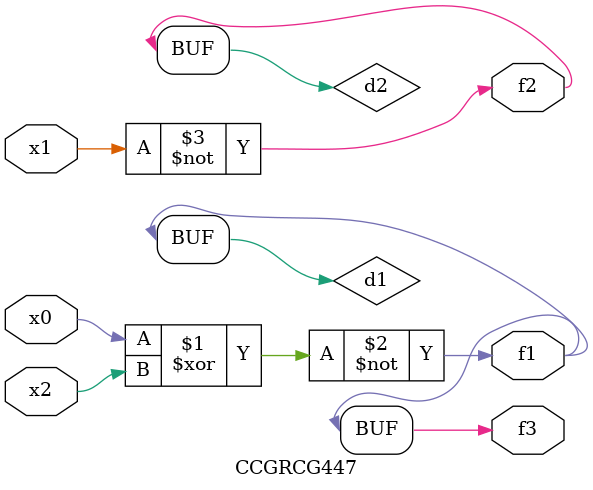
<source format=v>
module CCGRCG447(
	input x0, x1, x2,
	output f1, f2, f3
);

	wire d1, d2, d3;

	xnor (d1, x0, x2);
	nand (d2, x1);
	nor (d3, x1, x2);
	assign f1 = d1;
	assign f2 = d2;
	assign f3 = d1;
endmodule

</source>
